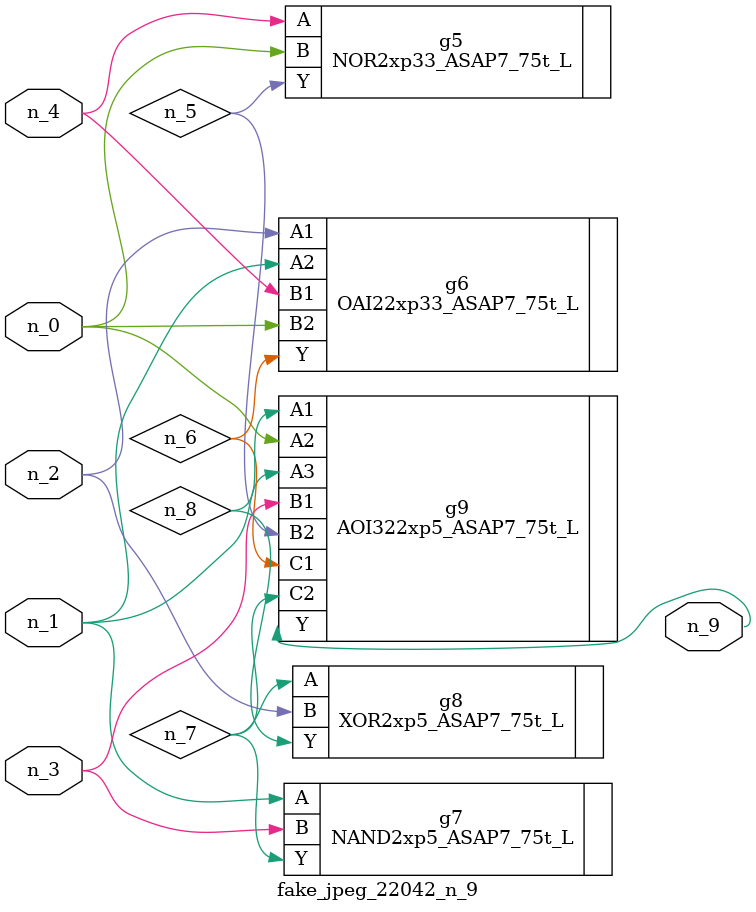
<source format=v>
module fake_jpeg_22042_n_9 (n_3, n_2, n_1, n_0, n_4, n_9);

input n_3;
input n_2;
input n_1;
input n_0;
input n_4;

output n_9;

wire n_8;
wire n_6;
wire n_5;
wire n_7;

NOR2xp33_ASAP7_75t_L g5 ( 
.A(n_4),
.B(n_0),
.Y(n_5)
);

OAI22xp33_ASAP7_75t_L g6 ( 
.A1(n_2),
.A2(n_1),
.B1(n_4),
.B2(n_0),
.Y(n_6)
);

NAND2xp5_ASAP7_75t_L g7 ( 
.A(n_1),
.B(n_3),
.Y(n_7)
);

XOR2xp5_ASAP7_75t_L g8 ( 
.A(n_7),
.B(n_2),
.Y(n_8)
);

AOI322xp5_ASAP7_75t_L g9 ( 
.A1(n_8),
.A2(n_0),
.A3(n_1),
.B1(n_3),
.B2(n_5),
.C1(n_6),
.C2(n_7),
.Y(n_9)
);


endmodule
</source>
